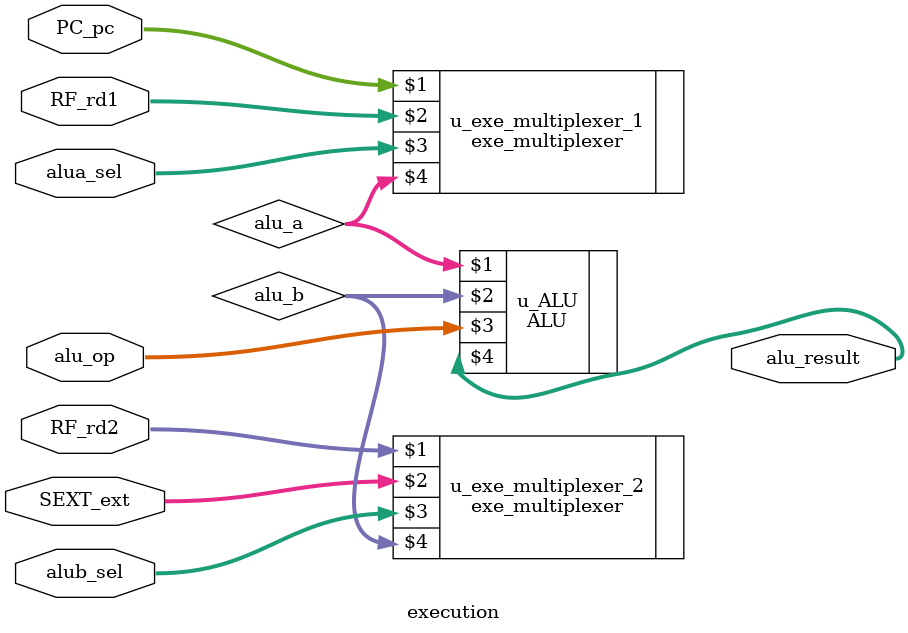
<source format=v>


module execution(
    //input sign,
    input [3:0] alu_op,
    input [1:0] alua_sel,
    input [31:0]PC_pc,
    input [31:0]RF_rd1,
    input [31:0]RF_rd2,
    input [31:0]SEXT_ext,
    input [1:0]alub_sel,
    output  [31:0] alu_result
    );
    wire [31:0] alu_a,alu_b;
    //assign alu_a=(alua_sel==0)?32'b0:RF_rd1;
    //assign alu_b=(alub_sel==0)?RF_rd1:SEXT_ext;
    exe_multiplexer u_exe_multiplexer_1(PC_pc,RF_rd1,alua_sel,alu_a);
    exe_multiplexer u_exe_multiplexer_2(RF_rd2,SEXT_ext,alub_sel,alu_b);
    ALU u_ALU(alu_a,alu_b,alu_op,alu_result);

    
endmodule

</source>
